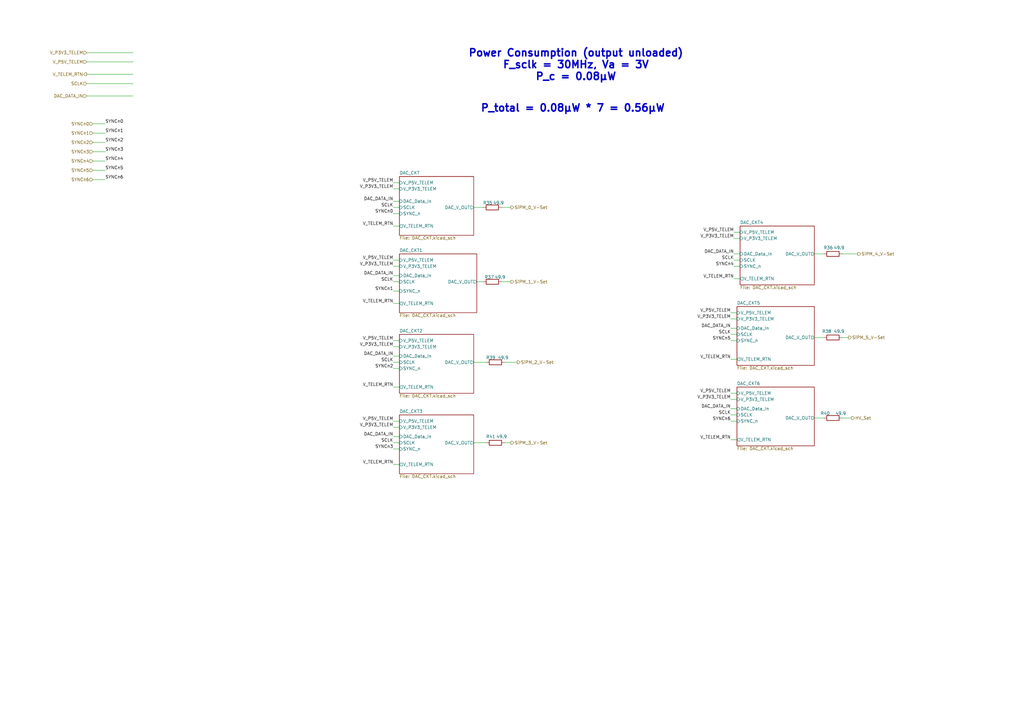
<source format=kicad_sch>
(kicad_sch
	(version 20250114)
	(generator "eeschema")
	(generator_version "9.0")
	(uuid "f703ddd5-6840-438d-9118-fde59f698da4")
	(paper "A3")
	(lib_symbols
		(symbol "R_4"
			(pin_numbers
				(hide yes)
			)
			(pin_names
				(offset 0)
			)
			(exclude_from_sim no)
			(in_bom yes)
			(on_board yes)
			(property "Reference" "R"
				(at 2.54 5.08 0)
				(effects
					(font
						(size 1.27 1.27)
					)
				)
			)
			(property "Value" ""
				(at 0 0 0)
				(effects
					(font
						(size 1.27 1.27)
					)
				)
			)
			(property "Footprint" ""
				(at 0 0 0)
				(effects
					(font
						(size 1.27 1.27)
					)
					(hide yes)
				)
			)
			(property "Datasheet" ""
				(at 0 0 0)
				(effects
					(font
						(size 1.27 1.27)
					)
					(hide yes)
				)
			)
			(property "Description" ""
				(at 0 0 0)
				(effects
					(font
						(size 1.27 1.27)
					)
					(hide yes)
				)
			)
			(property "Manufacturer" ""
				(at 0 0 0)
				(effects
					(font
						(size 1.27 1.27)
					)
					(hide yes)
				)
			)
			(property "Man. Part Num" ""
				(at 0 0 0)
				(effects
					(font
						(size 1.27 1.27)
					)
					(hide yes)
				)
			)
			(property "Distributor" ""
				(at 0 0 0)
				(effects
					(font
						(size 1.27 1.27)
					)
					(hide yes)
				)
			)
			(property "Dist. Part Num" ""
				(at 0 0 0)
				(effects
					(font
						(size 1.27 1.27)
					)
					(hide yes)
				)
			)
			(property "Part Type" ""
				(at 0 0 0)
				(effects
					(font
						(size 1.27 1.27)
					)
					(hide yes)
				)
			)
			(property "Notes" ""
				(at 0 0 0)
				(effects
					(font
						(size 1.27 1.27)
					)
					(hide yes)
				)
			)
			(property "Package" ""
				(at 0 0 0)
				(effects
					(font
						(size 1.27 1.27)
					)
					(hide yes)
				)
			)
			(symbol "R_4_0_1"
				(rectangle
					(start 5.08 1.524)
					(end 0 3.556)
					(stroke
						(width 0.254)
						(type default)
					)
					(fill
						(type none)
					)
				)
			)
			(symbol "R_4_1_1"
				(pin passive line
					(at -1.27 2.54 0)
					(length 1.27)
					(name "~"
						(effects
							(font
								(size 1.27 1.27)
							)
						)
					)
					(number "1"
						(effects
							(font
								(size 1.27 1.27)
							)
						)
					)
				)
				(pin passive line
					(at 6.35 2.54 180)
					(length 1.27)
					(name "~"
						(effects
							(font
								(size 1.27 1.27)
							)
						)
					)
					(number "2"
						(effects
							(font
								(size 1.27 1.27)
							)
						)
					)
				)
			)
			(embedded_fonts no)
		)
	)
	(text "Power Consumption (output unloaded)\nF_sclk = 30MHz, Va = 3V\nP_c = 0.08µW"
		(exclude_from_sim no)
		(at 236.22 26.67 0)
		(effects
			(font
				(size 3 3)
				(thickness 0.6)
				(bold yes)
			)
		)
		(uuid "647dac31-aa7b-4927-9a8a-6a90ea36198c")
	)
	(text "P_total = 0.08µW * 7 = 0.56µW"
		(exclude_from_sim no)
		(at 234.95 44.45 0)
		(effects
			(font
				(size 3 3)
				(thickness 0.6)
				(bold yes)
			)
		)
		(uuid "dc475e3e-e05b-49d0-88e6-a58484d8070e")
	)
	(wire
		(pts
			(xy 345.44 104.14) (xy 351.79 104.14)
		)
		(stroke
			(width 0)
			(type default)
		)
		(uuid "01abf1cb-bc77-4622-ad44-12dee3fe4869")
	)
	(wire
		(pts
			(xy 38.1 58.42) (xy 43.18 58.42)
		)
		(stroke
			(width 0)
			(type default)
		)
		(uuid "0261d4d3-6d5c-4de9-9fea-dafea850fdbe")
	)
	(wire
		(pts
			(xy 195.58 115.57) (xy 198.12 115.57)
		)
		(stroke
			(width 0)
			(type default)
		)
		(uuid "02af8fb1-3dc8-4d7f-af26-e4d20e7f2b84")
	)
	(wire
		(pts
			(xy 300.99 95.25) (xy 303.53 95.25)
		)
		(stroke
			(width 0)
			(type default)
		)
		(uuid "055ab07d-c0b7-472f-be55-69dc710aa6af")
	)
	(wire
		(pts
			(xy 299.72 167.64) (xy 302.26 167.64)
		)
		(stroke
			(width 0)
			(type default)
		)
		(uuid "08d9c34c-3b34-4775-9263-d26d76e944b0")
	)
	(wire
		(pts
			(xy 38.1 50.8) (xy 43.18 50.8)
		)
		(stroke
			(width 0)
			(type default)
		)
		(uuid "134238bd-81d8-477e-9e5f-13c9f1021ade")
	)
	(wire
		(pts
			(xy 299.72 134.62) (xy 302.26 134.62)
		)
		(stroke
			(width 0)
			(type default)
		)
		(uuid "1ad264c8-bfa8-4097-941a-c0d66fe37733")
	)
	(wire
		(pts
			(xy 161.29 82.55) (xy 163.83 82.55)
		)
		(stroke
			(width 0)
			(type default)
		)
		(uuid "1cf14910-add0-4332-99ef-ea5a4ecb5502")
	)
	(wire
		(pts
			(xy 207.01 181.61) (xy 209.55 181.61)
		)
		(stroke
			(width 0)
			(type default)
		)
		(uuid "20846dcf-b070-4206-b69e-2feb0b5e4ce3")
	)
	(wire
		(pts
			(xy 299.72 161.29) (xy 302.26 161.29)
		)
		(stroke
			(width 0)
			(type default)
		)
		(uuid "21ad5073-d050-4d93-a2d7-efc2aff1a329")
	)
	(wire
		(pts
			(xy 35.56 25.4) (xy 54.61 25.4)
		)
		(stroke
			(width 0)
			(type default)
		)
		(uuid "26526c5f-84a1-4718-b7a5-f9ee3889fa53")
	)
	(wire
		(pts
			(xy 300.99 104.14) (xy 303.53 104.14)
		)
		(stroke
			(width 0)
			(type default)
		)
		(uuid "28adf744-1f76-42ce-985d-ebfa448900b9")
	)
	(wire
		(pts
			(xy 161.29 74.93) (xy 163.83 74.93)
		)
		(stroke
			(width 0)
			(type default)
		)
		(uuid "29d5b8f8-fa91-4c82-8d16-64a5dae873d0")
	)
	(wire
		(pts
			(xy 299.72 163.83) (xy 302.26 163.83)
		)
		(stroke
			(width 0)
			(type default)
		)
		(uuid "2caa2c40-00d9-43b8-841f-d1ba94be9e52")
	)
	(wire
		(pts
			(xy 161.29 115.57) (xy 163.83 115.57)
		)
		(stroke
			(width 0)
			(type default)
		)
		(uuid "2d2adcf8-6797-4a36-8188-3112bb39f8af")
	)
	(wire
		(pts
			(xy 161.29 85.09) (xy 163.83 85.09)
		)
		(stroke
			(width 0)
			(type default)
		)
		(uuid "32d6ba3f-5e99-484c-bf4d-90452e06809f")
	)
	(wire
		(pts
			(xy 161.29 146.05) (xy 163.83 146.05)
		)
		(stroke
			(width 0)
			(type default)
		)
		(uuid "3aff92fa-b44e-46c4-b2a2-1a47ef828c71")
	)
	(wire
		(pts
			(xy 161.29 142.24) (xy 163.83 142.24)
		)
		(stroke
			(width 0)
			(type default)
		)
		(uuid "3f9b0ba7-2298-4fd4-9046-c74eee3d0813")
	)
	(wire
		(pts
			(xy 299.72 180.34) (xy 302.26 180.34)
		)
		(stroke
			(width 0)
			(type default)
		)
		(uuid "42ee0ff6-9a91-4659-81c2-bb40afe3a6a4")
	)
	(wire
		(pts
			(xy 161.29 158.75) (xy 163.83 158.75)
		)
		(stroke
			(width 0)
			(type default)
		)
		(uuid "4888ba25-5306-434a-8f08-ed86a43f4659")
	)
	(wire
		(pts
			(xy 38.1 69.85) (xy 43.18 69.85)
		)
		(stroke
			(width 0)
			(type default)
		)
		(uuid "494c6931-5382-431d-ba8c-7f32887c0d72")
	)
	(wire
		(pts
			(xy 299.72 139.7) (xy 302.26 139.7)
		)
		(stroke
			(width 0)
			(type default)
		)
		(uuid "4ae08aab-b36a-4631-9b43-16b34dcc6db6")
	)
	(wire
		(pts
			(xy 35.56 39.37) (xy 54.61 39.37)
		)
		(stroke
			(width 0)
			(type default)
		)
		(uuid "4d251ad5-260b-474b-9bcc-5bfcc4457350")
	)
	(wire
		(pts
			(xy 299.72 137.16) (xy 302.26 137.16)
		)
		(stroke
			(width 0)
			(type default)
		)
		(uuid "4d42bbca-af79-4609-a3ba-870ce01a16a5")
	)
	(wire
		(pts
			(xy 299.72 130.81) (xy 302.26 130.81)
		)
		(stroke
			(width 0)
			(type default)
		)
		(uuid "50e95990-4a50-46ed-82b7-2325c575585c")
	)
	(wire
		(pts
			(xy 161.29 190.5) (xy 163.83 190.5)
		)
		(stroke
			(width 0)
			(type default)
		)
		(uuid "51735ab1-9563-452d-9df4-69fc8d8fe918")
	)
	(wire
		(pts
			(xy 38.1 66.04) (xy 43.18 66.04)
		)
		(stroke
			(width 0)
			(type default)
		)
		(uuid "52ef75af-3702-423d-9076-e9d54482555b")
	)
	(wire
		(pts
			(xy 161.29 175.26) (xy 163.83 175.26)
		)
		(stroke
			(width 0)
			(type default)
		)
		(uuid "54bb8a37-cada-4ec0-a2a8-a209fba0e8e3")
	)
	(wire
		(pts
			(xy 161.29 77.47) (xy 163.83 77.47)
		)
		(stroke
			(width 0)
			(type default)
		)
		(uuid "5600edde-c3e3-4418-b425-79c3503c3f43")
	)
	(wire
		(pts
			(xy 35.56 21.59) (xy 54.61 21.59)
		)
		(stroke
			(width 0)
			(type default)
		)
		(uuid "5c27623f-ec93-400f-9db7-27413d19a1b9")
	)
	(wire
		(pts
			(xy 205.74 115.57) (xy 209.55 115.57)
		)
		(stroke
			(width 0)
			(type default)
		)
		(uuid "66c2234b-1420-439f-a488-033f37097283")
	)
	(wire
		(pts
			(xy 35.56 30.48) (xy 54.61 30.48)
		)
		(stroke
			(width 0)
			(type default)
		)
		(uuid "6f74ffcf-7126-4329-9991-b8a27399f7da")
	)
	(wire
		(pts
			(xy 299.72 128.27) (xy 302.26 128.27)
		)
		(stroke
			(width 0)
			(type default)
		)
		(uuid "70f94ed8-b9c0-4a65-ad1b-cfc35f96a1dc")
	)
	(wire
		(pts
			(xy 161.29 151.13) (xy 163.83 151.13)
		)
		(stroke
			(width 0)
			(type default)
		)
		(uuid "7525ebe1-19b9-4b37-91a0-ae9b4192f752")
	)
	(wire
		(pts
			(xy 161.29 172.72) (xy 163.83 172.72)
		)
		(stroke
			(width 0)
			(type default)
		)
		(uuid "76353a91-c23b-4ec4-99b2-173cb9a8a428")
	)
	(wire
		(pts
			(xy 161.29 92.71) (xy 163.83 92.71)
		)
		(stroke
			(width 0)
			(type default)
		)
		(uuid "7661490e-11dd-4a36-88cb-4b72e3efefd4")
	)
	(wire
		(pts
			(xy 207.01 148.59) (xy 212.09 148.59)
		)
		(stroke
			(width 0)
			(type default)
		)
		(uuid "76ce107f-fd19-4f75-86e1-d7db51ca4fc0")
	)
	(wire
		(pts
			(xy 35.56 34.29) (xy 54.61 34.29)
		)
		(stroke
			(width 0)
			(type default)
		)
		(uuid "7a66af71-7809-4d91-a854-ad10b954d4ee")
	)
	(wire
		(pts
			(xy 194.31 85.09) (xy 198.12 85.09)
		)
		(stroke
			(width 0)
			(type default)
		)
		(uuid "8326d8ea-30b3-410e-af66-51c45d13a13d")
	)
	(wire
		(pts
			(xy 38.1 62.23) (xy 43.18 62.23)
		)
		(stroke
			(width 0)
			(type default)
		)
		(uuid "89f18d1b-cb3d-4df7-aa05-97a263a801c3")
	)
	(wire
		(pts
			(xy 334.01 138.43) (xy 337.82 138.43)
		)
		(stroke
			(width 0)
			(type default)
		)
		(uuid "8ce29507-9329-447a-ba8b-cc8317cdaa66")
	)
	(wire
		(pts
			(xy 38.1 54.61) (xy 43.18 54.61)
		)
		(stroke
			(width 0)
			(type default)
		)
		(uuid "8f1884ae-1960-45ec-b6cd-0bcae57d29d2")
	)
	(wire
		(pts
			(xy 300.99 97.79) (xy 303.53 97.79)
		)
		(stroke
			(width 0)
			(type default)
		)
		(uuid "90627e7e-519f-4f88-b4f5-9b0b6b6f95a7")
	)
	(wire
		(pts
			(xy 299.72 170.18) (xy 302.26 170.18)
		)
		(stroke
			(width 0)
			(type default)
		)
		(uuid "930146f1-1909-4611-89df-f0d43cc7458a")
	)
	(wire
		(pts
			(xy 161.29 87.63) (xy 163.83 87.63)
		)
		(stroke
			(width 0)
			(type default)
		)
		(uuid "98594cb0-ce0e-4c0e-9305-845ffd412cf2")
	)
	(wire
		(pts
			(xy 161.29 124.46) (xy 163.83 124.46)
		)
		(stroke
			(width 0)
			(type default)
		)
		(uuid "9c6210a1-be0f-4e39-819b-44bea195d243")
	)
	(wire
		(pts
			(xy 345.44 138.43) (xy 347.98 138.43)
		)
		(stroke
			(width 0)
			(type default)
		)
		(uuid "9f609e73-f439-448a-8513-a0a9d5b62c9e")
	)
	(wire
		(pts
			(xy 161.29 179.07) (xy 163.83 179.07)
		)
		(stroke
			(width 0)
			(type default)
		)
		(uuid "a045e3e3-93e6-4ce8-8556-eff793996d8b")
	)
	(wire
		(pts
			(xy 161.29 139.7) (xy 163.83 139.7)
		)
		(stroke
			(width 0)
			(type default)
		)
		(uuid "a0804ac1-7fac-4d91-8609-ac8b1aef2847")
	)
	(wire
		(pts
			(xy 161.29 113.03) (xy 163.83 113.03)
		)
		(stroke
			(width 0)
			(type default)
		)
		(uuid "a3d30e52-724d-4a38-9247-e25ff77bb3e0")
	)
	(wire
		(pts
			(xy 161.29 109.22) (xy 163.83 109.22)
		)
		(stroke
			(width 0)
			(type default)
		)
		(uuid "a58e39aa-6d0f-4daa-ab42-fcffb1d2b76f")
	)
	(wire
		(pts
			(xy 161.29 181.61) (xy 163.83 181.61)
		)
		(stroke
			(width 0)
			(type default)
		)
		(uuid "a8af37e0-cf4b-4f1c-8afa-d835804f1d41")
	)
	(wire
		(pts
			(xy 334.01 104.14) (xy 337.82 104.14)
		)
		(stroke
			(width 0)
			(type default)
		)
		(uuid "ab7d1740-12bb-4869-b946-984500a35542")
	)
	(wire
		(pts
			(xy 161.29 119.38) (xy 163.83 119.38)
		)
		(stroke
			(width 0)
			(type default)
		)
		(uuid "ad0f0585-052d-4b96-8171-3e27fa4dbde6")
	)
	(wire
		(pts
			(xy 299.72 147.32) (xy 302.26 147.32)
		)
		(stroke
			(width 0)
			(type default)
		)
		(uuid "b256f3c2-0e64-4d4d-811e-45835992f219")
	)
	(wire
		(pts
			(xy 300.99 109.22) (xy 303.53 109.22)
		)
		(stroke
			(width 0)
			(type default)
		)
		(uuid "b3513f66-1284-4666-8acf-c43c9ef74c92")
	)
	(wire
		(pts
			(xy 299.72 172.72) (xy 302.26 172.72)
		)
		(stroke
			(width 0)
			(type default)
		)
		(uuid "b63b921c-5ad8-475a-8983-eaf98119ee12")
	)
	(wire
		(pts
			(xy 205.74 85.09) (xy 209.55 85.09)
		)
		(stroke
			(width 0)
			(type default)
		)
		(uuid "b85beb41-b04a-4723-b4fb-f34a89f8dc27")
	)
	(wire
		(pts
			(xy 300.99 114.3) (xy 303.53 114.3)
		)
		(stroke
			(width 0)
			(type default)
		)
		(uuid "c4a7c603-ebf6-46d6-997a-ef7614155e10")
	)
	(wire
		(pts
			(xy 300.99 106.68) (xy 303.53 106.68)
		)
		(stroke
			(width 0)
			(type default)
		)
		(uuid "cad16db2-4b18-42bf-a100-9000158ad48c")
	)
	(wire
		(pts
			(xy 161.29 106.68) (xy 163.83 106.68)
		)
		(stroke
			(width 0)
			(type default)
		)
		(uuid "d9311de1-b3f9-48cd-a597-92c3c5f60222")
	)
	(wire
		(pts
			(xy 334.01 171.45) (xy 337.82 171.45)
		)
		(stroke
			(width 0)
			(type default)
		)
		(uuid "e47f0b9c-5c26-4d70-9bf2-6fb22b9e4bd0")
	)
	(wire
		(pts
			(xy 345.44 171.45) (xy 349.25 171.45)
		)
		(stroke
			(width 0)
			(type default)
		)
		(uuid "e739f3f2-bd25-4f27-b527-77bb6b8034ac")
	)
	(wire
		(pts
			(xy 194.31 148.59) (xy 199.39 148.59)
		)
		(stroke
			(width 0)
			(type default)
		)
		(uuid "eb3967de-38b7-459f-a740-96e5dec248c6")
	)
	(wire
		(pts
			(xy 38.1 73.66) (xy 43.18 73.66)
		)
		(stroke
			(width 0)
			(type default)
		)
		(uuid "ecefc710-3e5c-4f17-a8a2-97161c0e050f")
	)
	(wire
		(pts
			(xy 194.31 181.61) (xy 199.39 181.61)
		)
		(stroke
			(width 0)
			(type default)
		)
		(uuid "f692c679-1d02-4aa2-aebd-904bc20b88f4")
	)
	(wire
		(pts
			(xy 161.29 148.59) (xy 163.83 148.59)
		)
		(stroke
			(width 0)
			(type default)
		)
		(uuid "f9f388c9-eda7-438a-8c3d-9a839c577c38")
	)
	(wire
		(pts
			(xy 161.29 184.15) (xy 163.83 184.15)
		)
		(stroke
			(width 0)
			(type default)
		)
		(uuid "fecef335-2a1d-467e-9c6b-4d4b70d20631")
	)
	(label "V_TELEM_RTN"
		(at 300.99 114.3 180)
		(effects
			(font
				(size 1.27 1.27)
			)
			(justify right bottom)
		)
		(uuid "02f80798-2ee0-4b66-be45-9e93c6bb35c1")
	)
	(label "DAC_DATA_IN"
		(at 299.72 134.62 180)
		(effects
			(font
				(size 1.27 1.27)
			)
			(justify right bottom)
		)
		(uuid "06895828-2982-436b-9918-ecf3246d244d")
	)
	(label "SYNCn1"
		(at 43.18 54.61 0)
		(effects
			(font
				(size 1.27 1.27)
			)
			(justify left bottom)
		)
		(uuid "0a837899-6f41-4888-98f0-9d20b908ad81")
	)
	(label "DAC_DATA_IN"
		(at 161.29 146.05 180)
		(effects
			(font
				(size 1.27 1.27)
			)
			(justify right bottom)
		)
		(uuid "0e0cf2b5-cfb9-4e5e-9889-cab239cc2897")
	)
	(label "V_P3V3_TELEM"
		(at 299.72 130.81 180)
		(effects
			(font
				(size 1.27 1.27)
			)
			(justify right bottom)
		)
		(uuid "0fdf2079-ae51-4617-ae5e-0096bb2748a7")
	)
	(label "SCLK"
		(at 300.99 106.68 180)
		(effects
			(font
				(size 1.27 1.27)
			)
			(justify right bottom)
		)
		(uuid "13fb99e6-7982-4106-83ae-7ebcf93f5d4f")
	)
	(label "SYNCn5"
		(at 299.72 139.7 180)
		(effects
			(font
				(size 1.27 1.27)
			)
			(justify right bottom)
		)
		(uuid "1d188d3e-6633-4589-b9aa-798bbdb8794c")
	)
	(label "V_P5V_TELEM"
		(at 161.29 139.7 180)
		(effects
			(font
				(size 1.27 1.27)
			)
			(justify right bottom)
		)
		(uuid "214ee645-44fa-4dfa-aa92-ad6fc0eb7fa0")
	)
	(label "V_P3V3_TELEM"
		(at 161.29 142.24 180)
		(effects
			(font
				(size 1.27 1.27)
			)
			(justify right bottom)
		)
		(uuid "2af2cac8-51a9-4a69-9ffc-d99a3ed147ac")
	)
	(label "SYNCn3"
		(at 43.18 62.23 0)
		(effects
			(font
				(size 1.27 1.27)
			)
			(justify left bottom)
		)
		(uuid "2b547da4-148b-4d21-931d-23910b00b287")
	)
	(label "SCLK"
		(at 161.29 148.59 180)
		(effects
			(font
				(size 1.27 1.27)
			)
			(justify right bottom)
		)
		(uuid "2b768400-57e9-4676-846e-5d80b4a89c4a")
	)
	(label "V_TELEM_RTN"
		(at 161.29 124.46 180)
		(effects
			(font
				(size 1.27 1.27)
			)
			(justify right bottom)
		)
		(uuid "2cd34fd6-d137-4494-8b6d-53e91e4f5d26")
	)
	(label "V_P3V3_TELEM"
		(at 161.29 109.22 180)
		(effects
			(font
				(size 1.27 1.27)
			)
			(justify right bottom)
		)
		(uuid "2e16afe6-d9c8-4689-8cac-3fa7de054082")
	)
	(label "V_P3V3_TELEM"
		(at 161.29 77.47 180)
		(effects
			(font
				(size 1.27 1.27)
			)
			(justify right bottom)
		)
		(uuid "3e508de0-835b-47c7-9320-2a952da80c05")
	)
	(label "SYNCn5"
		(at 43.18 69.85 0)
		(effects
			(font
				(size 1.27 1.27)
			)
			(justify left bottom)
		)
		(uuid "3ed450e7-2f9d-4867-be5f-c740e48b17d2")
	)
	(label "V_P3V3_TELEM"
		(at 300.99 97.79 180)
		(effects
			(font
				(size 1.27 1.27)
			)
			(justify right bottom)
		)
		(uuid "3f5a4ecd-15c1-46e3-8e50-b7f5479a2b7b")
	)
	(label "V_P5V_TELEM"
		(at 300.99 95.25 180)
		(effects
			(font
				(size 1.27 1.27)
			)
			(justify right bottom)
		)
		(uuid "44fcfbd1-ad61-4a9e-bdb7-6f94f937f925")
	)
	(label "SYNCn2"
		(at 43.18 58.42 0)
		(effects
			(font
				(size 1.27 1.27)
			)
			(justify left bottom)
		)
		(uuid "55346fa7-04d6-45f3-a013-b383f905dd8d")
	)
	(label "SCLK"
		(at 299.72 170.18 180)
		(effects
			(font
				(size 1.27 1.27)
			)
			(justify right bottom)
		)
		(uuid "565b5d19-a55a-4555-bc28-74ddacb921ab")
	)
	(label "V_TELEM_RTN"
		(at 161.29 190.5 180)
		(effects
			(font
				(size 1.27 1.27)
			)
			(justify right bottom)
		)
		(uuid "59a373fb-d5f8-4e6a-a77a-2a5dd5384b86")
	)
	(label "SYNCn6"
		(at 43.18 73.66 0)
		(effects
			(font
				(size 1.27 1.27)
			)
			(justify left bottom)
		)
		(uuid "61512cd0-260e-4de3-b7bb-fa3ccc8a16d4")
	)
	(label "V_P5V_TELEM"
		(at 161.29 74.93 180)
		(effects
			(font
				(size 1.27 1.27)
			)
			(justify right bottom)
		)
		(uuid "648de276-089d-4290-b4c1-71979e0926e7")
	)
	(label "SYNCn0"
		(at 161.29 87.63 180)
		(effects
			(font
				(size 1.27 1.27)
			)
			(justify right bottom)
		)
		(uuid "6a76b7ec-624a-4d4e-90e5-74c9694c68e5")
	)
	(label "DAC_DATA_IN"
		(at 161.29 82.55 180)
		(effects
			(font
				(size 1.27 1.27)
			)
			(justify right bottom)
		)
		(uuid "74a0be73-c7fd-4871-9994-9910da774136")
	)
	(label "V_P5V_TELEM"
		(at 299.72 161.29 180)
		(effects
			(font
				(size 1.27 1.27)
			)
			(justify right bottom)
		)
		(uuid "780f6998-c588-40a8-a373-c033a96a0ef3")
	)
	(label "V_P5V_TELEM"
		(at 161.29 172.72 180)
		(effects
			(font
				(size 1.27 1.27)
			)
			(justify right bottom)
		)
		(uuid "7bc4855a-5eff-4dca-a559-9ce532bbd85f")
	)
	(label "V_TELEM_RTN"
		(at 161.29 158.75 180)
		(effects
			(font
				(size 1.27 1.27)
			)
			(justify right bottom)
		)
		(uuid "7edc3b64-ceb6-421f-bcd8-ad1b93cc8649")
	)
	(label "SYNCn3"
		(at 161.29 184.15 180)
		(effects
			(font
				(size 1.27 1.27)
			)
			(justify right bottom)
		)
		(uuid "80f11802-496a-46b3-ac68-b12493d8133d")
	)
	(label "SYNCn4"
		(at 300.99 109.22 180)
		(effects
			(font
				(size 1.27 1.27)
			)
			(justify right bottom)
		)
		(uuid "847804a8-23d8-4b6b-affd-82c7ab215dfc")
	)
	(label "V_P3V3_TELEM"
		(at 299.72 163.83 180)
		(effects
			(font
				(size 1.27 1.27)
			)
			(justify right bottom)
		)
		(uuid "85091d85-0972-4c80-a30c-a87c11b1d6d1")
	)
	(label "SYNCn6"
		(at 299.72 172.72 180)
		(effects
			(font
				(size 1.27 1.27)
			)
			(justify right bottom)
		)
		(uuid "8640f208-b417-4f15-b048-74d8b57afb91")
	)
	(label "V_TELEM_RTN"
		(at 299.72 147.32 180)
		(effects
			(font
				(size 1.27 1.27)
			)
			(justify right bottom)
		)
		(uuid "87107e45-6e75-433a-a272-8ebe902351b1")
	)
	(label "SCLK"
		(at 299.72 137.16 180)
		(effects
			(font
				(size 1.27 1.27)
			)
			(justify right bottom)
		)
		(uuid "8929b798-a63c-4183-83b0-98170bc5fa7d")
	)
	(label "DAC_DATA_IN"
		(at 299.72 167.64 180)
		(effects
			(font
				(size 1.27 1.27)
			)
			(justify right bottom)
		)
		(uuid "94bccc46-2633-4905-80d5-8fe53f3c89ee")
	)
	(label "DAC_DATA_IN"
		(at 161.29 179.07 180)
		(effects
			(font
				(size 1.27 1.27)
			)
			(justify right bottom)
		)
		(uuid "98d982f7-bef9-46b9-8983-fe36d52cb849")
	)
	(label "SCLK"
		(at 161.29 115.57 180)
		(effects
			(font
				(size 1.27 1.27)
			)
			(justify right bottom)
		)
		(uuid "9e7b9681-c355-4204-8fad-030e7ee21473")
	)
	(label "SYNCn1"
		(at 161.29 119.38 180)
		(effects
			(font
				(size 1.27 1.27)
			)
			(justify right bottom)
		)
		(uuid "9f960f2e-7ab6-47ae-b69c-c9215ca6365b")
	)
	(label "V_P3V3_TELEM"
		(at 161.29 175.26 180)
		(effects
			(font
				(size 1.27 1.27)
			)
			(justify right bottom)
		)
		(uuid "bbd95711-64df-44ce-841c-075b723d1c67")
	)
	(label "V_TELEM_RTN"
		(at 299.72 180.34 180)
		(effects
			(font
				(size 1.27 1.27)
			)
			(justify right bottom)
		)
		(uuid "ce29f119-1b51-4485-b158-730bc8cc75a8")
	)
	(label "SCLK"
		(at 161.29 85.09 180)
		(effects
			(font
				(size 1.27 1.27)
			)
			(justify right bottom)
		)
		(uuid "cfebf669-47c9-4040-8cea-3a4829313ed4")
	)
	(label "DAC_DATA_IN"
		(at 300.99 104.14 180)
		(effects
			(font
				(size 1.27 1.27)
			)
			(justify right bottom)
		)
		(uuid "d70ea80b-2259-462a-a456-0af72ec8f713")
	)
	(label "V_P5V_TELEM"
		(at 161.29 106.68 180)
		(effects
			(font
				(size 1.27 1.27)
			)
			(justify right bottom)
		)
		(uuid "d7c3965a-d6b3-4890-a396-ff1dff6e2328")
	)
	(label "SYNCn0"
		(at 43.18 50.8 0)
		(effects
			(font
				(size 1.27 1.27)
			)
			(justify left bottom)
		)
		(uuid "e1a90008-3864-46c6-8b05-388c6a701932")
	)
	(label "SYNCn2"
		(at 161.29 151.13 180)
		(effects
			(font
				(size 1.27 1.27)
			)
			(justify right bottom)
		)
		(uuid "e4c32d61-87b4-4833-8cfd-618b9b922a55")
	)
	(label "SCLK"
		(at 161.29 181.61 180)
		(effects
			(font
				(size 1.27 1.27)
			)
			(justify right bottom)
		)
		(uuid "eb6e1be3-9307-4d4d-a144-bfbf7e5290d5")
	)
	(label "SYNCn4"
		(at 43.18 66.04 0)
		(effects
			(font
				(size 1.27 1.27)
			)
			(justify left bottom)
		)
		(uuid "ecc293d1-69f6-4e2e-b195-6cae3e9d9e93")
	)
	(label "V_TELEM_RTN"
		(at 161.29 92.71 180)
		(effects
			(font
				(size 1.27 1.27)
			)
			(justify right bottom)
		)
		(uuid "ef3bf141-578d-487e-af77-f27c8cc430ff")
	)
	(label "V_P5V_TELEM"
		(at 299.72 128.27 180)
		(effects
			(font
				(size 1.27 1.27)
			)
			(justify right bottom)
		)
		(uuid "f1fce245-74e9-41bd-bd59-c95a7b38e4d3")
	)
	(label "DAC_DATA_IN"
		(at 161.29 113.03 180)
		(effects
			(font
				(size 1.27 1.27)
			)
			(justify right bottom)
		)
		(uuid "fe9771b9-db86-40db-a1cf-f6b41323b9cc")
	)
	(hierarchical_label "SYNCn3"
		(shape input)
		(at 38.1 62.23 180)
		(effects
			(font
				(size 1.27 1.27)
			)
			(justify right)
		)
		(uuid "0fba5545-cdce-42e3-b7f2-9b9443bcef33")
	)
	(hierarchical_label "V_P5V_TELEM"
		(shape input)
		(at 35.56 25.4 180)
		(effects
			(font
				(size 1.27 1.27)
			)
			(justify right)
		)
		(uuid "10d30755-0d44-4528-9435-9c93a6f0d109")
	)
	(hierarchical_label "HV_Set"
		(shape output)
		(at 349.25 171.45 0)
		(effects
			(font
				(size 1.27 1.27)
			)
			(justify left)
		)
		(uuid "1b575bfc-5a47-46a2-b3c2-47c5acdd8f8f")
	)
	(hierarchical_label "SCLK"
		(shape input)
		(at 35.56 34.29 180)
		(effects
			(font
				(size 1.27 1.27)
			)
			(justify right)
		)
		(uuid "51a2045f-df07-4bae-9a0d-3d47d64484b1")
	)
	(hierarchical_label "SiPM_3_V-Set"
		(shape output)
		(at 209.55 181.61 0)
		(effects
			(font
				(size 1.27 1.27)
			)
			(justify left)
		)
		(uuid "5f1c575f-04f1-4a6a-9c87-6235cb15c0aa")
	)
	(hierarchical_label "SiPM_5_V-Set"
		(shape output)
		(at 347.98 138.43 0)
		(effects
			(font
				(size 1.27 1.27)
			)
			(justify left)
		)
		(uuid "68670c0f-d2ae-4e3b-aedc-2e2c14171258")
	)
	(hierarchical_label "V_P3V3_TELEM"
		(shape input)
		(at 35.56 21.59 180)
		(effects
			(font
				(size 1.27 1.27)
			)
			(justify right)
		)
		(uuid "692baea9-36d4-40c7-8ad8-1f49f349cb7c")
	)
	(hierarchical_label "SYNCn1"
		(shape input)
		(at 38.1 54.61 180)
		(effects
			(font
				(size 1.27 1.27)
			)
			(justify right)
		)
		(uuid "6c275299-fb83-433e-b035-7fce88c97159")
	)
	(hierarchical_label "SYNCn2"
		(shape input)
		(at 38.1 58.42 180)
		(effects
			(font
				(size 1.27 1.27)
			)
			(justify right)
		)
		(uuid "6c7e468f-430e-46ec-a514-6b9bb934e55c")
	)
	(hierarchical_label "SYNCn5"
		(shape input)
		(at 38.1 69.85 180)
		(effects
			(font
				(size 1.27 1.27)
			)
			(justify right)
		)
		(uuid "8e6f1e9d-296f-424f-b17a-266b1380c301")
	)
	(hierarchical_label "SYNCn6"
		(shape input)
		(at 38.1 73.66 180)
		(effects
			(font
				(size 1.27 1.27)
			)
			(justify right)
		)
		(uuid "8f8b2017-c3cf-414b-a07c-3876603a0796")
	)
	(hierarchical_label "DAC_DATA_IN"
		(shape input)
		(at 35.56 39.37 180)
		(effects
			(font
				(size 1.27 1.27)
			)
			(justify right)
		)
		(uuid "a13ce4ff-123d-4aff-8120-6660b9d883f7")
	)
	(hierarchical_label "SiPM_0_V-Set"
		(shape output)
		(at 209.55 85.09 0)
		(effects
			(font
				(size 1.27 1.27)
			)
			(justify left)
		)
		(uuid "bc89eb8c-02f0-4b46-9bc2-04026f3b1e35")
	)
	(hierarchical_label "SiPM_4_V-Set"
		(shape output)
		(at 351.79 104.14 0)
		(effects
			(font
				(size 1.27 1.27)
			)
			(justify left)
		)
		(uuid "c1343f97-0f76-49fb-bd57-3bc6fb2bc14c")
	)
	(hierarchical_label "SYNCn0"
		(shape input)
		(at 38.1 50.8 180)
		(effects
			(font
				(size 1.27 1.27)
			)
			(justify right)
		)
		(uuid "d1c9d01d-6af7-4eda-8558-402fac5e5f1e")
	)
	(hierarchical_label "SiPM_1_V-Set"
		(shape output)
		(at 209.55 115.57 0)
		(effects
			(font
				(size 1.27 1.27)
			)
			(justify left)
		)
		(uuid "e2d03105-abac-41d2-9d48-5fdb30978576")
	)
	(hierarchical_label "V_TELEM_RTN"
		(shape output)
		(at 35.56 30.48 180)
		(effects
			(font
				(size 1.27 1.27)
			)
			(justify right)
		)
		(uuid "e5dd8073-4ff2-4be3-a05d-4b4ca73ee86e")
	)
	(hierarchical_label "SiPM_2_V-Set"
		(shape output)
		(at 212.09 148.59 0)
		(effects
			(font
				(size 1.27 1.27)
			)
			(justify left)
		)
		(uuid "faa264b7-6dfe-45ea-84c9-88c0adb1bb37")
	)
	(hierarchical_label "SYNCn4"
		(shape input)
		(at 38.1 66.04 180)
		(effects
			(font
				(size 1.27 1.27)
			)
			(justify right)
		)
		(uuid "fd003491-4f80-4d90-a676-a39cd242f27c")
	)
	(symbol
		(lib_name "R_4")
		(lib_id "Passive_Parts:R")
		(at 199.39 87.63 0)
		(unit 1)
		(exclude_from_sim no)
		(in_bom yes)
		(on_board yes)
		(dnp no)
		(uuid "60933214-177a-4e36-9861-6a7e453a8df7")
		(property "Reference" "R35"
			(at 200.025 83.185 0)
			(effects
				(font
					(size 1.27 1.27)
				)
			)
		)
		(property "Value" "49.9"
			(at 204.47 83.185 0)
			(effects
				(font
					(size 1.27 1.27)
				)
			)
		)
		(property "Footprint" "Resistor_SMD:R_0603_1608Metric"
			(at 199.39 87.63 0)
			(effects
				(font
					(size 1.27 1.27)
				)
				(hide yes)
			)
		)
		(property "Datasheet" "https://industrial.panasonic.com/cdbs/www-data/pdf/RDM0000/AOA0000C307.pdf"
			(at 199.39 87.63 0)
			(effects
				(font
					(size 1.27 1.27)
				)
				(hide yes)
			)
		)
		(property "Description" "49.9 Ohms ±0.1% 0.1W, 1/10W Chip Resistor 0603 (1608 Metric) Automotive AEC-Q200 Thin Film"
			(at 199.39 87.63 0)
			(effects
				(font
					(size 1.27 1.27)
				)
				(hide yes)
			)
		)
		(property "Manufacturer" "Panasonic Electronic Components"
			(at 199.39 87.63 0)
			(effects
				(font
					(size 1.27 1.27)
				)
				(hide yes)
			)
		)
		(property "Man. Part Num" "ERA-3AEB49R9V"
			(at 199.39 87.63 0)
			(effects
				(font
					(size 1.27 1.27)
				)
				(hide yes)
			)
		)
		(property "Distributor" "Digi-Key"
			(at 199.39 87.63 0)
			(effects
				(font
					(size 1.27 1.27)
				)
				(hide yes)
			)
		)
		(property "Dist. Part Num" "P49.9DBCT-ND"
			(at 199.39 87.63 0)
			(effects
				(font
					(size 1.27 1.27)
				)
				(hide yes)
			)
		)
		(property "Part Type" "SMD"
			(at 199.39 87.63 0)
			(effects
				(font
					(size 1.27 1.27)
				)
				(hide yes)
			)
		)
		(property "Notes" ""
			(at 199.39 87.63 0)
			(effects
				(font
					(size 1.27 1.27)
				)
				(hide yes)
			)
		)
		(property "Package" "0603 (1608 Metric)"
			(at 199.39 87.63 0)
			(effects
				(font
					(size 1.27 1.27)
				)
				(hide yes)
			)
		)
		(property "DATASHEET-URL" ""
			(at 199.39 87.63 0)
			(effects
				(font
					(size 1.27 1.27)
				)
				(hide yes)
			)
		)
		(property "GENDER" ""
			(at 199.39 87.63 0)
			(effects
				(font
					(size 1.27 1.27)
				)
				(hide yes)
			)
		)
		(property "MF" ""
			(at 199.39 87.63 0)
			(effects
				(font
					(size 1.27 1.27)
				)
				(hide yes)
			)
		)
		(property "MP" ""
			(at 199.39 87.63 0)
			(effects
				(font
					(size 1.27 1.27)
				)
				(hide yes)
			)
		)
		(property "Man. Part Nu," ""
			(at 199.39 87.63 0)
			(effects
				(font
					(size 1.27 1.27)
				)
				(hide yes)
			)
		)
		(property "PART-NUMBER" ""
			(at 199.39 87.63 0)
			(effects
				(font
					(size 1.27 1.27)
				)
				(hide yes)
			)
		)
		(property "PINS" ""
			(at 199.39 87.63 0)
			(effects
				(font
					(size 1.27 1.27)
				)
				(hide yes)
			)
		)
		(property "Purchase-URL" ""
			(at 199.39 87.63 0)
			(effects
				(font
					(size 1.27 1.27)
				)
				(hide yes)
			)
		)
		(property "TYPE" ""
			(at 199.39 87.63 0)
			(effects
				(font
					(size 1.27 1.27)
				)
				(hide yes)
			)
		)
		(property "WE-NUMBER" ""
			(at 199.39 87.63 0)
			(effects
				(font
					(size 1.27 1.27)
				)
				(hide yes)
			)
		)
		(property "WORKING-VOLTAGE" ""
			(at 199.39 87.63 0)
			(effects
				(font
					(size 1.27 1.27)
				)
				(hide yes)
			)
		)
		(pin "2"
			(uuid "94a8f0c8-ae52-4cb4-badb-ee8fd3a34e3c")
		)
		(pin "1"
			(uuid "3cef867b-429f-42fd-8e92-b51d39a66e7d")
		)
		(instances
			(project "GRAMS_COMMS_TELEM_BRD"
				(path "/b7b038d0-dec0-4686-9ec5-5c1fa7f24a6d/c1313561-0867-4d5d-9c8e-7472262f2465/24b2ce56-ce27-45f6-8512-ad9a0a8ea456"
					(reference "R35")
					(unit 1)
				)
			)
		)
	)
	(symbol
		(lib_name "R_4")
		(lib_id "Passive_Parts:R")
		(at 339.09 106.68 0)
		(unit 1)
		(exclude_from_sim no)
		(in_bom yes)
		(on_board yes)
		(dnp no)
		(uuid "691791f9-7df5-471d-a1e7-c48423b9e1fa")
		(property "Reference" "R36"
			(at 339.725 101.6 0)
			(effects
				(font
					(size 1.27 1.27)
				)
			)
		)
		(property "Value" "49.9"
			(at 344.17 101.6 0)
			(effects
				(font
					(size 1.27 1.27)
				)
			)
		)
		(property "Footprint" "Resistor_SMD:R_0603_1608Metric"
			(at 339.09 106.68 0)
			(effects
				(font
					(size 1.27 1.27)
				)
				(hide yes)
			)
		)
		(property "Datasheet" "https://industrial.panasonic.com/cdbs/www-data/pdf/RDM0000/AOA0000C307.pdf"
			(at 339.09 106.68 0)
			(effects
				(font
					(size 1.27 1.27)
				)
				(hide yes)
			)
		)
		(property "Description" "49.9 Ohms ±0.1% 0.1W, 1/10W Chip Resistor 0603 (1608 Metric) Automotive AEC-Q200 Thin Film"
			(at 339.09 106.68 0)
			(effects
				(font
					(size 1.27 1.27)
				)
				(hide yes)
			)
		)
		(property "Manufacturer" "Panasonic Electronic Components"
			(at 339.09 106.68 0)
			(effects
				(font
					(size 1.27 1.27)
				)
				(hide yes)
			)
		)
		(property "Man. Part Num" "ERA-3AEB49R9V"
			(at 339.09 106.68 0)
			(effects
				(font
					(size 1.27 1.27)
				)
				(hide yes)
			)
		)
		(property "Distributor" "Digi-Key"
			(at 339.09 106.68 0)
			(effects
				(font
					(size 1.27 1.27)
				)
				(hide yes)
			)
		)
		(property "Dist. Part Num" "P49.9DBCT-ND"
			(at 339.09 106.68 0)
			(effects
				(font
					(size 1.27 1.27)
				)
				(hide yes)
			)
		)
		(property "Part Type" "SMD"
			(at 339.09 106.68 0)
			(effects
				(font
					(size 1.27 1.27)
				)
				(hide yes)
			)
		)
		(property "Notes" ""
			(at 339.09 106.68 0)
			(effects
				(font
					(size 1.27 1.27)
				)
				(hide yes)
			)
		)
		(property "Package" "0603 (1608 Metric)"
			(at 339.09 106.68 0)
			(effects
				(font
					(size 1.27 1.27)
				)
				(hide yes)
			)
		)
		(property "DATASHEET-URL" ""
			(at 339.09 106.68 0)
			(effects
				(font
					(size 1.27 1.27)
				)
				(hide yes)
			)
		)
		(property "GENDER" ""
			(at 339.09 106.68 0)
			(effects
				(font
					(size 1.27 1.27)
				)
				(hide yes)
			)
		)
		(property "MF" ""
			(at 339.09 106.68 0)
			(effects
				(font
					(size 1.27 1.27)
				)
				(hide yes)
			)
		)
		(property "MP" ""
			(at 339.09 106.68 0)
			(effects
				(font
					(size 1.27 1.27)
				)
				(hide yes)
			)
		)
		(property "Man. Part Nu," ""
			(at 339.09 106.68 0)
			(effects
				(font
					(size 1.27 1.27)
				)
				(hide yes)
			)
		)
		(property "PART-NUMBER" ""
			(at 339.09 106.68 0)
			(effects
				(font
					(size 1.27 1.27)
				)
				(hide yes)
			)
		)
		(property "PINS" ""
			(at 339.09 106.68 0)
			(effects
				(font
					(size 1.27 1.27)
				)
				(hide yes)
			)
		)
		(property "Purchase-URL" ""
			(at 339.09 106.68 0)
			(effects
				(font
					(size 1.27 1.27)
				)
				(hide yes)
			)
		)
		(property "TYPE" ""
			(at 339.09 106.68 0)
			(effects
				(font
					(size 1.27 1.27)
				)
				(hide yes)
			)
		)
		(property "WE-NUMBER" ""
			(at 339.09 106.68 0)
			(effects
				(font
					(size 1.27 1.27)
				)
				(hide yes)
			)
		)
		(property "WORKING-VOLTAGE" ""
			(at 339.09 106.68 0)
			(effects
				(font
					(size 1.27 1.27)
				)
				(hide yes)
			)
		)
		(pin "2"
			(uuid "c7991693-d534-4765-8268-ed2a36ce8584")
		)
		(pin "1"
			(uuid "724e4113-b5cc-4131-88d2-08214519df73")
		)
		(instances
			(project "GRAMS_COMMS_TELEM_BRD"
				(path "/b7b038d0-dec0-4686-9ec5-5c1fa7f24a6d/c1313561-0867-4d5d-9c8e-7472262f2465/24b2ce56-ce27-45f6-8512-ad9a0a8ea456"
					(reference "R36")
					(unit 1)
				)
			)
		)
	)
	(symbol
		(lib_name "R_4")
		(lib_id "Passive_Parts:R")
		(at 200.66 184.15 0)
		(unit 1)
		(exclude_from_sim no)
		(in_bom yes)
		(on_board yes)
		(dnp no)
		(uuid "a34840ee-40b2-4ce3-b77f-77d2857206da")
		(property "Reference" "R41"
			(at 201.295 179.07 0)
			(effects
				(font
					(size 1.27 1.27)
				)
			)
		)
		(property "Value" "49.9"
			(at 205.74 179.07 0)
			(effects
				(font
					(size 1.27 1.27)
				)
			)
		)
		(property "Footprint" "Resistor_SMD:R_0603_1608Metric"
			(at 200.66 184.15 0)
			(effects
				(font
					(size 1.27 1.27)
				)
				(hide yes)
			)
		)
		(property "Datasheet" "https://industrial.panasonic.com/cdbs/www-data/pdf/RDM0000/AOA0000C307.pdf"
			(at 200.66 184.15 0)
			(effects
				(font
					(size 1.27 1.27)
				)
				(hide yes)
			)
		)
		(property "Description" "49.9 Ohms ±0.1% 0.1W, 1/10W Chip Resistor 0603 (1608 Metric) Automotive AEC-Q200 Thin Film"
			(at 200.66 184.15 0)
			(effects
				(font
					(size 1.27 1.27)
				)
				(hide yes)
			)
		)
		(property "Manufacturer" "Panasonic Electronic Components"
			(at 200.66 184.15 0)
			(effects
				(font
					(size 1.27 1.27)
				)
				(hide yes)
			)
		)
		(property "Man. Part Num" "ERA-3AEB49R9V"
			(at 200.66 184.15 0)
			(effects
				(font
					(size 1.27 1.27)
				)
				(hide yes)
			)
		)
		(property "Distributor" "Digi-Key"
			(at 200.66 184.15 0)
			(effects
				(font
					(size 1.27 1.27)
				)
				(hide yes)
			)
		)
		(property "Dist. Part Num" "P49.9DBCT-ND"
			(at 200.66 184.15 0)
			(effects
				(font
					(size 1.27 1.27)
				)
				(hide yes)
			)
		)
		(property "Part Type" "SMD"
			(at 200.66 184.15 0)
			(effects
				(font
					(size 1.27 1.27)
				)
				(hide yes)
			)
		)
		(property "Notes" ""
			(at 200.66 184.15 0)
			(effects
				(font
					(size 1.27 1.27)
				)
				(hide yes)
			)
		)
		(property "Package" "0603 (1608 Metric)"
			(at 200.66 184.15 0)
			(effects
				(font
					(size 1.27 1.27)
				)
				(hide yes)
			)
		)
		(property "DATASHEET-URL" ""
			(at 200.66 184.15 0)
			(effects
				(font
					(size 1.27 1.27)
				)
				(hide yes)
			)
		)
		(property "GENDER" ""
			(at 200.66 184.15 0)
			(effects
				(font
					(size 1.27 1.27)
				)
				(hide yes)
			)
		)
		(property "MF" ""
			(at 200.66 184.15 0)
			(effects
				(font
					(size 1.27 1.27)
				)
				(hide yes)
			)
		)
		(property "MP" ""
			(at 200.66 184.15 0)
			(effects
				(font
					(size 1.27 1.27)
				)
				(hide yes)
			)
		)
		(property "Man. Part Nu," ""
			(at 200.66 184.15 0)
			(effects
				(font
					(size 1.27 1.27)
				)
				(hide yes)
			)
		)
		(property "PART-NUMBER" ""
			(at 200.66 184.15 0)
			(effects
				(font
					(size 1.27 1.27)
				)
				(hide yes)
			)
		)
		(property "PINS" ""
			(at 200.66 184.15 0)
			(effects
				(font
					(size 1.27 1.27)
				)
				(hide yes)
			)
		)
		(property "Purchase-URL" ""
			(at 200.66 184.15 0)
			(effects
				(font
					(size 1.27 1.27)
				)
				(hide yes)
			)
		)
		(property "TYPE" ""
			(at 200.66 184.15 0)
			(effects
				(font
					(size 1.27 1.27)
				)
				(hide yes)
			)
		)
		(property "WE-NUMBER" ""
			(at 200.66 184.15 0)
			(effects
				(font
					(size 1.27 1.27)
				)
				(hide yes)
			)
		)
		(property "WORKING-VOLTAGE" ""
			(at 200.66 184.15 0)
			(effects
				(font
					(size 1.27 1.27)
				)
				(hide yes)
			)
		)
		(pin "2"
			(uuid "6db54e58-bd1d-4842-b494-93a52717c987")
		)
		(pin "1"
			(uuid "f0972e4a-ab68-4ae4-927c-5d6f73f3a28d")
		)
		(instances
			(project "GRAMS_COMMS_TELEM_BRD"
				(path "/b7b038d0-dec0-4686-9ec5-5c1fa7f24a6d/c1313561-0867-4d5d-9c8e-7472262f2465/24b2ce56-ce27-45f6-8512-ad9a0a8ea456"
					(reference "R41")
					(unit 1)
				)
			)
		)
	)
	(symbol
		(lib_name "R_4")
		(lib_id "Passive_Parts:R")
		(at 199.39 118.11 0)
		(unit 1)
		(exclude_from_sim no)
		(in_bom yes)
		(on_board yes)
		(dnp no)
		(uuid "ad48a420-2ac3-49ce-99dc-5edb516cb3c2")
		(property "Reference" "R37"
			(at 200.66 113.665 0)
			(effects
				(font
					(size 1.27 1.27)
				)
			)
		)
		(property "Value" "49.9"
			(at 205.105 113.665 0)
			(effects
				(font
					(size 1.27 1.27)
				)
			)
		)
		(property "Footprint" "Resistor_SMD:R_0603_1608Metric"
			(at 199.39 118.11 0)
			(effects
				(font
					(size 1.27 1.27)
				)
				(hide yes)
			)
		)
		(property "Datasheet" "https://industrial.panasonic.com/cdbs/www-data/pdf/RDM0000/AOA0000C307.pdf"
			(at 199.39 118.11 0)
			(effects
				(font
					(size 1.27 1.27)
				)
				(hide yes)
			)
		)
		(property "Description" "49.9 Ohms ±0.1% 0.1W, 1/10W Chip Resistor 0603 (1608 Metric) Automotive AEC-Q200 Thin Film"
			(at 199.39 118.11 0)
			(effects
				(font
					(size 1.27 1.27)
				)
				(hide yes)
			)
		)
		(property "Manufacturer" "Panasonic Electronic Components"
			(at 199.39 118.11 0)
			(effects
				(font
					(size 1.27 1.27)
				)
				(hide yes)
			)
		)
		(property "Man. Part Num" "ERA-3AEB49R9V"
			(at 199.39 118.11 0)
			(effects
				(font
					(size 1.27 1.27)
				)
				(hide yes)
			)
		)
		(property "Distributor" "Digi-Key"
			(at 199.39 118.11 0)
			(effects
				(font
					(size 1.27 1.27)
				)
				(hide yes)
			)
		)
		(property "Dist. Part Num" "P49.9DBCT-ND"
			(at 199.39 118.11 0)
			(effects
				(font
					(size 1.27 1.27)
				)
				(hide yes)
			)
		)
		(property "Part Type" "SMD"
			(at 199.39 118.11 0)
			(effects
				(font
					(size 1.27 1.27)
				)
				(hide yes)
			)
		)
		(property "Notes" ""
			(at 199.39 118.11 0)
			(effects
				(font
					(size 1.27 1.27)
				)
				(hide yes)
			)
		)
		(property "Package" "0603 (1608 Metric)"
			(at 199.39 118.11 0)
			(effects
				(font
					(size 1.27 1.27)
				)
				(hide yes)
			)
		)
		(property "DATASHEET-URL" ""
			(at 199.39 118.11 0)
			(effects
				(font
					(size 1.27 1.27)
				)
				(hide yes)
			)
		)
		(property "GENDER" ""
			(at 199.39 118.11 0)
			(effects
				(font
					(size 1.27 1.27)
				)
				(hide yes)
			)
		)
		(property "MF" ""
			(at 199.39 118.11 0)
			(effects
				(font
					(size 1.27 1.27)
				)
				(hide yes)
			)
		)
		(property "MP" ""
			(at 199.39 118.11 0)
			(effects
				(font
					(size 1.27 1.27)
				)
				(hide yes)
			)
		)
		(property "Man. Part Nu," ""
			(at 199.39 118.11 0)
			(effects
				(font
					(size 1.27 1.27)
				)
				(hide yes)
			)
		)
		(property "PART-NUMBER" ""
			(at 199.39 118.11 0)
			(effects
				(font
					(size 1.27 1.27)
				)
				(hide yes)
			)
		)
		(property "PINS" ""
			(at 199.39 118.11 0)
			(effects
				(font
					(size 1.27 1.27)
				)
				(hide yes)
			)
		)
		(property "Purchase-URL" ""
			(at 199.39 118.11 0)
			(effects
				(font
					(size 1.27 1.27)
				)
				(hide yes)
			)
		)
		(property "TYPE" ""
			(at 199.39 118.11 0)
			(effects
				(font
					(size 1.27 1.27)
				)
				(hide yes)
			)
		)
		(property "WE-NUMBER" ""
			(at 199.39 118.11 0)
			(effects
				(font
					(size 1.27 1.27)
				)
				(hide yes)
			)
		)
		(property "WORKING-VOLTAGE" ""
			(at 199.39 118.11 0)
			(effects
				(font
					(size 1.27 1.27)
				)
				(hide yes)
			)
		)
		(pin "2"
			(uuid "6aa5c56b-b24f-44f2-bce0-2137ef508241")
		)
		(pin "1"
			(uuid "35b734de-1b68-4094-af14-7b1a41ec812b")
		)
		(instances
			(project "GRAMS_COMMS_TELEM_BRD"
				(path "/b7b038d0-dec0-4686-9ec5-5c1fa7f24a6d/c1313561-0867-4d5d-9c8e-7472262f2465/24b2ce56-ce27-45f6-8512-ad9a0a8ea456"
					(reference "R37")
					(unit 1)
				)
			)
		)
	)
	(symbol
		(lib_name "R_4")
		(lib_id "Passive_Parts:R")
		(at 339.09 140.97 0)
		(unit 1)
		(exclude_from_sim no)
		(in_bom yes)
		(on_board yes)
		(dnp no)
		(uuid "bdceb299-1a91-48fd-ba0b-936ec27227da")
		(property "Reference" "R38"
			(at 339.09 135.89 0)
			(effects
				(font
					(size 1.27 1.27)
				)
			)
		)
		(property "Value" "49.9"
			(at 344.17 135.89 0)
			(effects
				(font
					(size 1.27 1.27)
				)
			)
		)
		(property "Footprint" "Resistor_SMD:R_0603_1608Metric"
			(at 339.09 140.97 0)
			(effects
				(font
					(size 1.27 1.27)
				)
				(hide yes)
			)
		)
		(property "Datasheet" "https://industrial.panasonic.com/cdbs/www-data/pdf/RDM0000/AOA0000C307.pdf"
			(at 339.09 140.97 0)
			(effects
				(font
					(size 1.27 1.27)
				)
				(hide yes)
			)
		)
		(property "Description" "49.9 Ohms ±0.1% 0.1W, 1/10W Chip Resistor 0603 (1608 Metric) Automotive AEC-Q200 Thin Film"
			(at 339.09 140.97 0)
			(effects
				(font
					(size 1.27 1.27)
				)
				(hide yes)
			)
		)
		(property "Manufacturer" "Panasonic Electronic Components"
			(at 339.09 140.97 0)
			(effects
				(font
					(size 1.27 1.27)
				)
				(hide yes)
			)
		)
		(property "Man. Part Num" "ERA-3AEB49R9V"
			(at 339.09 140.97 0)
			(effects
				(font
					(size 1.27 1.27)
				)
				(hide yes)
			)
		)
		(property "Distributor" "Digi-Key"
			(at 339.09 140.97 0)
			(effects
				(font
					(size 1.27 1.27)
				)
				(hide yes)
			)
		)
		(property "Dist. Part Num" "P49.9DBCT-ND"
			(at 339.09 140.97 0)
			(effects
				(font
					(size 1.27 1.27)
				)
				(hide yes)
			)
		)
		(property "Part Type" "SMD"
			(at 339.09 140.97 0)
			(effects
				(font
					(size 1.27 1.27)
				)
				(hide yes)
			)
		)
		(property "Notes" ""
			(at 339.09 140.97 0)
			(effects
				(font
					(size 1.27 1.27)
				)
				(hide yes)
			)
		)
		(property "Package" "0603 (1608 Metric)"
			(at 339.09 140.97 0)
			(effects
				(font
					(size 1.27 1.27)
				)
				(hide yes)
			)
		)
		(property "DATASHEET-URL" ""
			(at 339.09 140.97 0)
			(effects
				(font
					(size 1.27 1.27)
				)
				(hide yes)
			)
		)
		(property "GENDER" ""
			(at 339.09 140.97 0)
			(effects
				(font
					(size 1.27 1.27)
				)
				(hide yes)
			)
		)
		(property "MF" ""
			(at 339.09 140.97 0)
			(effects
				(font
					(size 1.27 1.27)
				)
				(hide yes)
			)
		)
		(property "MP" ""
			(at 339.09 140.97 0)
			(effects
				(font
					(size 1.27 1.27)
				)
				(hide yes)
			)
		)
		(property "Man. Part Nu," ""
			(at 339.09 140.97 0)
			(effects
				(font
					(size 1.27 1.27)
				)
				(hide yes)
			)
		)
		(property "PART-NUMBER" ""
			(at 339.09 140.97 0)
			(effects
				(font
					(size 1.27 1.27)
				)
				(hide yes)
			)
		)
		(property "PINS" ""
			(at 339.09 140.97 0)
			(effects
				(font
					(size 1.27 1.27)
				)
				(hide yes)
			)
		)
		(property "Purchase-URL" ""
			(at 339.09 140.97 0)
			(effects
				(font
					(size 1.27 1.27)
				)
				(hide yes)
			)
		)
		(property "TYPE" ""
			(at 339.09 140.97 0)
			(effects
				(font
					(size 1.27 1.27)
				)
				(hide yes)
			)
		)
		(property "WE-NUMBER" ""
			(at 339.09 140.97 0)
			(effects
				(font
					(size 1.27 1.27)
				)
				(hide yes)
			)
		)
		(property "WORKING-VOLTAGE" ""
			(at 339.09 140.97 0)
			(effects
				(font
					(size 1.27 1.27)
				)
				(hide yes)
			)
		)
		(pin "2"
			(uuid "fc24e0b5-0c4b-42e7-ad79-1e598afd3717")
		)
		(pin "1"
			(uuid "ca166b5a-86de-4ae9-b1a9-ef4430d7b92f")
		)
		(instances
			(project "GRAMS_COMMS_TELEM_BRD"
				(path "/b7b038d0-dec0-4686-9ec5-5c1fa7f24a6d/c1313561-0867-4d5d-9c8e-7472262f2465/24b2ce56-ce27-45f6-8512-ad9a0a8ea456"
					(reference "R38")
					(unit 1)
				)
			)
		)
	)
	(symbol
		(lib_name "R_4")
		(lib_id "Passive_Parts:R")
		(at 339.09 173.99 0)
		(unit 1)
		(exclude_from_sim no)
		(in_bom yes)
		(on_board yes)
		(dnp no)
		(uuid "be2741e7-a2b2-476a-967d-a57bdf9a8ae7")
		(property "Reference" "R40"
			(at 338.455 169.545 0)
			(effects
				(font
					(size 1.27 1.27)
				)
			)
		)
		(property "Value" "49.9"
			(at 344.805 169.545 0)
			(effects
				(font
					(size 1.27 1.27)
				)
			)
		)
		(property "Footprint" "Resistor_SMD:R_0603_1608Metric"
			(at 339.09 173.99 0)
			(effects
				(font
					(size 1.27 1.27)
				)
				(hide yes)
			)
		)
		(property "Datasheet" "https://industrial.panasonic.com/cdbs/www-data/pdf/RDM0000/AOA0000C307.pdf"
			(at 339.09 173.99 0)
			(effects
				(font
					(size 1.27 1.27)
				)
				(hide yes)
			)
		)
		(property "Description" "49.9 Ohms ±0.1% 0.1W, 1/10W Chip Resistor 0603 (1608 Metric) Automotive AEC-Q200 Thin Film"
			(at 339.09 173.99 0)
			(effects
				(font
					(size 1.27 1.27)
				)
				(hide yes)
			)
		)
		(property "Manufacturer" "Panasonic Electronic Components"
			(at 339.09 173.99 0)
			(effects
				(font
					(size 1.27 1.27)
				)
				(hide yes)
			)
		)
		(property "Man. Part Num" "ERA-3AEB49R9V"
			(at 339.09 173.99 0)
			(effects
				(font
					(size 1.27 1.27)
				)
				(hide yes)
			)
		)
		(property "Distributor" "Digi-Key"
			(at 339.09 173.99 0)
			(effects
				(font
					(size 1.27 1.27)
				)
				(hide yes)
			)
		)
		(property "Dist. Part Num" "P49.9DBCT-ND"
			(at 339.09 173.99 0)
			(effects
				(font
					(size 1.27 1.27)
				)
				(hide yes)
			)
		)
		(property "Part Type" "SMD"
			(at 339.09 173.99 0)
			(effects
				(font
					(size 1.27 1.27)
				)
				(hide yes)
			)
		)
		(property "Notes" ""
			(at 339.09 173.99 0)
			(effects
				(font
					(size 1.27 1.27)
				)
				(hide yes)
			)
		)
		(property "Package" "0603 (1608 Metric)"
			(at 339.09 173.99 0)
			(effects
				(font
					(size 1.27 1.27)
				)
				(hide yes)
			)
		)
		(property "DATASHEET-URL" ""
			(at 339.09 173.99 0)
			(effects
				(font
					(size 1.27 1.27)
				)
				(hide yes)
			)
		)
		(property "GENDER" ""
			(at 339.09 173.99 0)
			(effects
				(font
					(size 1.27 1.27)
				)
				(hide yes)
			)
		)
		(property "MF" ""
			(at 339.09 173.99 0)
			(effects
				(font
					(size 1.27 1.27)
				)
				(hide yes)
			)
		)
		(property "MP" ""
			(at 339.09 173.99 0)
			(effects
				(font
					(size 1.27 1.27)
				)
				(hide yes)
			)
		)
		(property "Man. Part Nu," ""
			(at 339.09 173.99 0)
			(effects
				(font
					(size 1.27 1.27)
				)
				(hide yes)
			)
		)
		(property "PART-NUMBER" ""
			(at 339.09 173.99 0)
			(effects
				(font
					(size 1.27 1.27)
				)
				(hide yes)
			)
		)
		(property "PINS" ""
			(at 339.09 173.99 0)
			(effects
				(font
					(size 1.27 1.27)
				)
				(hide yes)
			)
		)
		(property "Purchase-URL" ""
			(at 339.09 173.99 0)
			(effects
				(font
					(size 1.27 1.27)
				)
				(hide yes)
			)
		)
		(property "TYPE" ""
			(at 339.09 173.99 0)
			(effects
				(font
					(size 1.27 1.27)
				)
				(hide yes)
			)
		)
		(property "WE-NUMBER" ""
			(at 339.09 173.99 0)
			(effects
				(font
					(size 1.27 1.27)
				)
				(hide yes)
			)
		)
		(property "WORKING-VOLTAGE" ""
			(at 339.09 173.99 0)
			(effects
				(font
					(size 1.27 1.27)
				)
				(hide yes)
			)
		)
		(pin "2"
			(uuid "2bbb946c-a9ed-463d-bebd-169035b346b4")
		)
		(pin "1"
			(uuid "7eb86cfc-8dd4-47b3-943f-677c8409d0a8")
		)
		(instances
			(project "GRAMS_COMMS_TELEM_BRD"
				(path "/b7b038d0-dec0-4686-9ec5-5c1fa7f24a6d/c1313561-0867-4d5d-9c8e-7472262f2465/24b2ce56-ce27-45f6-8512-ad9a0a8ea456"
					(reference "R40")
					(unit 1)
				)
			)
		)
	)
	(symbol
		(lib_name "R_4")
		(lib_id "Passive_Parts:R")
		(at 200.66 151.13 0)
		(unit 1)
		(exclude_from_sim no)
		(in_bom yes)
		(on_board yes)
		(dnp no)
		(uuid "e3fff231-36ee-4f43-950d-6b0c576e06af")
		(property "Reference" "R39"
			(at 201.295 146.685 0)
			(effects
				(font
					(size 1.27 1.27)
				)
			)
		)
		(property "Value" "49.9"
			(at 206.375 146.685 0)
			(effects
				(font
					(size 1.27 1.27)
				)
			)
		)
		(property "Footprint" "Resistor_SMD:R_0603_1608Metric"
			(at 200.66 151.13 0)
			(effects
				(font
					(size 1.27 1.27)
				)
				(hide yes)
			)
		)
		(property "Datasheet" "https://industrial.panasonic.com/cdbs/www-data/pdf/RDM0000/AOA0000C307.pdf"
			(at 200.66 151.13 0)
			(effects
				(font
					(size 1.27 1.27)
				)
				(hide yes)
			)
		)
		(property "Description" "49.9 Ohms ±0.1% 0.1W, 1/10W Chip Resistor 0603 (1608 Metric) Automotive AEC-Q200 Thin Film"
			(at 200.66 151.13 0)
			(effects
				(font
					(size 1.27 1.27)
				)
				(hide yes)
			)
		)
		(property "Manufacturer" "Panasonic Electronic Components"
			(at 200.66 151.13 0)
			(effects
				(font
					(size 1.27 1.27)
				)
				(hide yes)
			)
		)
		(property "Man. Part Num" "ERA-3AEB49R9V"
			(at 200.66 151.13 0)
			(effects
				(font
					(size 1.27 1.27)
				)
				(hide yes)
			)
		)
		(property "Distributor" "Digi-Key"
			(at 200.66 151.13 0)
			(effects
				(font
					(size 1.27 1.27)
				)
				(hide yes)
			)
		)
		(property "Dist. Part Num" "P49.9DBCT-ND"
			(at 200.66 151.13 0)
			(effects
				(font
					(size 1.27 1.27)
				)
				(hide yes)
			)
		)
		(property "Part Type" "SMD"
			(at 200.66 151.13 0)
			(effects
				(font
					(size 1.27 1.27)
				)
				(hide yes)
			)
		)
		(property "Notes" ""
			(at 200.66 151.13 0)
			(effects
				(font
					(size 1.27 1.27)
				)
				(hide yes)
			)
		)
		(property "Package" "0603 (1608 Metric)"
			(at 200.66 151.13 0)
			(effects
				(font
					(size 1.27 1.27)
				)
				(hide yes)
			)
		)
		(property "DATASHEET-URL" ""
			(at 200.66 151.13 0)
			(effects
				(font
					(size 1.27 1.27)
				)
				(hide yes)
			)
		)
		(property "GENDER" ""
			(at 200.66 151.13 0)
			(effects
				(font
					(size 1.27 1.27)
				)
				(hide yes)
			)
		)
		(property "MF" ""
			(at 200.66 151.13 0)
			(effects
				(font
					(size 1.27 1.27)
				)
				(hide yes)
			)
		)
		(property "MP" ""
			(at 200.66 151.13 0)
			(effects
				(font
					(size 1.27 1.27)
				)
				(hide yes)
			)
		)
		(property "Man. Part Nu," ""
			(at 200.66 151.13 0)
			(effects
				(font
					(size 1.27 1.27)
				)
				(hide yes)
			)
		)
		(property "PART-NUMBER" ""
			(at 200.66 151.13 0)
			(effects
				(font
					(size 1.27 1.27)
				)
				(hide yes)
			)
		)
		(property "PINS" ""
			(at 200.66 151.13 0)
			(effects
				(font
					(size 1.27 1.27)
				)
				(hide yes)
			)
		)
		(property "Purchase-URL" ""
			(at 200.66 151.13 0)
			(effects
				(font
					(size 1.27 1.27)
				)
				(hide yes)
			)
		)
		(property "TYPE" ""
			(at 200.66 151.13 0)
			(effects
				(font
					(size 1.27 1.27)
				)
				(hide yes)
			)
		)
		(property "WE-NUMBER" ""
			(at 200.66 151.13 0)
			(effects
				(font
					(size 1.27 1.27)
				)
				(hide yes)
			)
		)
		(property "WORKING-VOLTAGE" ""
			(at 200.66 151.13 0)
			(effects
				(font
					(size 1.27 1.27)
				)
				(hide yes)
			)
		)
		(pin "2"
			(uuid "13f67dc9-5fb4-426b-a01d-86b60163a055")
		)
		(pin "1"
			(uuid "e263a6e7-865d-4566-946c-d2ffdb088082")
		)
		(instances
			(project "GRAMS_COMMS_TELEM_BRD"
				(path "/b7b038d0-dec0-4686-9ec5-5c1fa7f24a6d/c1313561-0867-4d5d-9c8e-7472262f2465/24b2ce56-ce27-45f6-8512-ad9a0a8ea456"
					(reference "R39")
					(unit 1)
				)
			)
		)
	)
	(sheet
		(at 303.53 92.71)
		(size 30.48 24.13)
		(exclude_from_sim no)
		(in_bom yes)
		(on_board yes)
		(dnp no)
		(fields_autoplaced yes)
		(stroke
			(width 0.1524)
			(type solid)
		)
		(fill
			(color 0 0 0 0.0000)
		)
		(uuid "0636da26-ea72-4969-80ab-bb987ab0fe82")
		(property "Sheetname" "DAC_CKT4"
			(at 303.53 91.9984 0)
			(effects
				(font
					(size 1.27 1.27)
				)
				(justify left bottom)
			)
		)
		(property "Sheetfile" "DAC_CKT.kicad_sch"
			(at 303.53 117.1912 0)
			(effects
				(font
					(size 1.27 1.27)
				)
				(justify left top)
			)
		)
		(pin "DAC_V_OUT" output
			(at 334.01 104.14 0)
			(uuid "2cba55ac-0391-427f-80be-414b405f1a17")
			(effects
				(font
					(size 1.27 1.27)
				)
				(justify right)
			)
		)
		(pin "V_TELEM_RTN" output
			(at 303.53 114.3 180)
			(uuid "e7867203-1d55-44a8-ada6-8e87ffba0e3f")
			(effects
				(font
					(size 1.27 1.27)
				)
				(justify left)
			)
		)
		(pin "DAC_Data_In" input
			(at 303.53 104.14 180)
			(uuid "1a3e1f09-2b4a-4c19-a2a9-c3c1f6fe24e7")
			(effects
				(font
					(size 1.27 1.27)
				)
				(justify left)
			)
		)
		(pin "SCLK" input
			(at 303.53 106.68 180)
			(uuid "4bd65e4e-f40d-4713-8be1-2a4b4e925c84")
			(effects
				(font
					(size 1.27 1.27)
				)
				(justify left)
			)
		)
		(pin "SYNC_n" input
			(at 303.53 109.22 180)
			(uuid "f8615e34-3689-4cda-94ed-a1f5cc1dabb5")
			(effects
				(font
					(size 1.27 1.27)
				)
				(justify left)
			)
		)
		(pin "V_P5V_TELEM" input
			(at 303.53 95.25 180)
			(uuid "ca9385b2-5423-4f15-86f9-b674fd0b24ec")
			(effects
				(font
					(size 1.27 1.27)
				)
				(justify left)
			)
		)
		(pin "V_P3V3_TELEM" input
			(at 303.53 97.79 180)
			(uuid "4235ed87-4e29-4f15-82d3-39fffdb8d21a")
			(effects
				(font
					(size 1.27 1.27)
				)
				(justify left)
			)
		)
		(instances
			(project "14_COMMS_TELEM"
				(path "/b7b038d0-dec0-4686-9ec5-5c1fa7f24a6d/c1313561-0867-4d5d-9c8e-7472262f2465/24b2ce56-ce27-45f6-8512-ad9a0a8ea456"
					(page "11")
				)
			)
		)
	)
	(sheet
		(at 163.83 137.16)
		(size 30.48 24.13)
		(exclude_from_sim no)
		(in_bom yes)
		(on_board yes)
		(dnp no)
		(fields_autoplaced yes)
		(stroke
			(width 0.1524)
			(type solid)
		)
		(fill
			(color 0 0 0 0.0000)
		)
		(uuid "08a6a23c-9859-41ae-b97d-525befc2d9aa")
		(property "Sheetname" "DAC_CKT2"
			(at 163.83 136.4484 0)
			(effects
				(font
					(size 1.27 1.27)
				)
				(justify left bottom)
			)
		)
		(property "Sheetfile" "DAC_CKT.kicad_sch"
			(at 163.83 161.6412 0)
			(effects
				(font
					(size 1.27 1.27)
				)
				(justify left top)
			)
		)
		(pin "DAC_V_OUT" output
			(at 194.31 148.59 0)
			(uuid "f7e2cb09-1a08-4946-abbd-a320ccc8cec2")
			(effects
				(font
					(size 1.27 1.27)
				)
				(justify right)
			)
		)
		(pin "V_TELEM_RTN" output
			(at 163.83 158.75 180)
			(uuid "01d86e78-8080-4fe2-9def-3aef596d55f6")
			(effects
				(font
					(size 1.27 1.27)
				)
				(justify left)
			)
		)
		(pin "DAC_Data_In" input
			(at 163.83 146.05 180)
			(uuid "24a47677-98e4-4223-914d-8fcc5db6bd7d")
			(effects
				(font
					(size 1.27 1.27)
				)
				(justify left)
			)
		)
		(pin "SCLK" input
			(at 163.83 148.59 180)
			(uuid "f9c6cbcb-69ea-4d2d-9796-c2750e0a4922")
			(effects
				(font
					(size 1.27 1.27)
				)
				(justify left)
			)
		)
		(pin "SYNC_n" input
			(at 163.83 151.13 180)
			(uuid "9c935073-a476-49af-b5f2-6aad6e930a88")
			(effects
				(font
					(size 1.27 1.27)
				)
				(justify left)
			)
		)
		(pin "V_P5V_TELEM" input
			(at 163.83 139.7 180)
			(uuid "dfc3f17a-2a67-4e82-97a0-a7a9d4637d17")
			(effects
				(font
					(size 1.27 1.27)
				)
				(justify left)
			)
		)
		(pin "V_P3V3_TELEM" input
			(at 163.83 142.24 180)
			(uuid "82313e6b-d83c-4fab-9bd5-075f76c02cd9")
			(effects
				(font
					(size 1.27 1.27)
				)
				(justify left)
			)
		)
		(instances
			(project "14_COMMS_TELEM"
				(path "/b7b038d0-dec0-4686-9ec5-5c1fa7f24a6d/c1313561-0867-4d5d-9c8e-7472262f2465/24b2ce56-ce27-45f6-8512-ad9a0a8ea456"
					(page "9")
				)
			)
		)
	)
	(sheet
		(at 163.83 72.39)
		(size 30.48 24.13)
		(exclude_from_sim no)
		(in_bom yes)
		(on_board yes)
		(dnp no)
		(fields_autoplaced yes)
		(stroke
			(width 0.1524)
			(type solid)
		)
		(fill
			(color 0 0 0 0.0000)
		)
		(uuid "21aa9a33-fd86-4b14-a150-504cd5deea06")
		(property "Sheetname" "DAC_CKT"
			(at 163.83 71.6784 0)
			(effects
				(font
					(size 1.27 1.27)
				)
				(justify left bottom)
			)
		)
		(property "Sheetfile" "DAC_CKT.kicad_sch"
			(at 163.83 96.8712 0)
			(effects
				(font
					(size 1.27 1.27)
				)
				(justify left top)
			)
		)
		(pin "DAC_V_OUT" output
			(at 194.31 85.09 0)
			(uuid "501050ba-c4ee-4a94-be53-8d87b5fe4e4a")
			(effects
				(font
					(size 1.27 1.27)
				)
				(justify right)
			)
		)
		(pin "V_TELEM_RTN" output
			(at 163.83 92.71 180)
			(uuid "d019cc1e-dd92-44e5-9e73-7201aa5f594e")
			(effects
				(font
					(size 1.27 1.27)
				)
				(justify left)
			)
		)
		(pin "DAC_Data_In" input
			(at 163.83 82.55 180)
			(uuid "a10923ba-d52d-40c6-957f-e022b3c99fa7")
			(effects
				(font
					(size 1.27 1.27)
				)
				(justify left)
			)
		)
		(pin "SCLK" input
			(at 163.83 85.09 180)
			(uuid "c865ff01-80b6-446c-9e57-33e1ca147444")
			(effects
				(font
					(size 1.27 1.27)
				)
				(justify left)
			)
		)
		(pin "SYNC_n" input
			(at 163.83 87.63 180)
			(uuid "e5ab30d2-88cd-4645-b2c5-7ea8d02e0997")
			(effects
				(font
					(size 1.27 1.27)
				)
				(justify left)
			)
		)
		(pin "V_P5V_TELEM" input
			(at 163.83 74.93 180)
			(uuid "c7e58bac-3963-4588-927a-fbbd76db8e80")
			(effects
				(font
					(size 1.27 1.27)
				)
				(justify left)
			)
		)
		(pin "V_P3V3_TELEM" input
			(at 163.83 77.47 180)
			(uuid "80ae2d06-1687-4d32-8e10-d21b7185a73e")
			(effects
				(font
					(size 1.27 1.27)
				)
				(justify left)
			)
		)
		(instances
			(project "14_COMMS_TELEM"
				(path "/b7b038d0-dec0-4686-9ec5-5c1fa7f24a6d/c1313561-0867-4d5d-9c8e-7472262f2465/24b2ce56-ce27-45f6-8512-ad9a0a8ea456"
					(page "7")
				)
			)
		)
	)
	(sheet
		(at 302.26 158.75)
		(size 31.75 24.13)
		(exclude_from_sim no)
		(in_bom yes)
		(on_board yes)
		(dnp no)
		(fields_autoplaced yes)
		(stroke
			(width 0.1524)
			(type solid)
		)
		(fill
			(color 0 0 0 0.0000)
		)
		(uuid "45691157-0d25-48de-8713-45cda27ae9c1")
		(property "Sheetname" "DAC_CKT6"
			(at 302.26 158.0384 0)
			(effects
				(font
					(size 1.27 1.27)
				)
				(justify left bottom)
			)
		)
		(property "Sheetfile" "DAC_CKT.kicad_sch"
			(at 302.26 183.2312 0)
			(effects
				(font
					(size 1.27 1.27)
				)
				(justify left top)
			)
		)
		(pin "DAC_V_OUT" output
			(at 334.01 171.45 0)
			(uuid "974c6602-5347-48c4-beba-ab657366be3c")
			(effects
				(font
					(size 1.27 1.27)
				)
				(justify right)
			)
		)
		(pin "V_TELEM_RTN" output
			(at 302.26 180.34 180)
			(uuid "7768306e-5e6c-4318-8e19-cb2b5addca91")
			(effects
				(font
					(size 1.27 1.27)
				)
				(justify left)
			)
		)
		(pin "DAC_Data_In" input
			(at 302.26 167.64 180)
			(uuid "111f9114-ce2e-4533-8e62-5ea8441e704e")
			(effects
				(font
					(size 1.27 1.27)
				)
				(justify left)
			)
		)
		(pin "SCLK" input
			(at 302.26 170.18 180)
			(uuid "5d89f46c-6d95-467d-9edf-e9928067f45c")
			(effects
				(font
					(size 1.27 1.27)
				)
				(justify left)
			)
		)
		(pin "SYNC_n" input
			(at 302.26 172.72 180)
			(uuid "0e1f039a-23c5-4ddc-b283-80c04856d4e3")
			(effects
				(font
					(size 1.27 1.27)
				)
				(justify left)
			)
		)
		(pin "V_P5V_TELEM" input
			(at 302.26 161.29 180)
			(uuid "95789862-0a8b-4a72-b4fc-f1eb43947672")
			(effects
				(font
					(size 1.27 1.27)
				)
				(justify left)
			)
		)
		(pin "V_P3V3_TELEM" input
			(at 302.26 163.83 180)
			(uuid "26acd4cd-65ba-4ec9-99d3-a4dad9084d57")
			(effects
				(font
					(size 1.27 1.27)
				)
				(justify left)
			)
		)
		(instances
			(project "14_COMMS_TELEM"
				(path "/b7b038d0-dec0-4686-9ec5-5c1fa7f24a6d/c1313561-0867-4d5d-9c8e-7472262f2465/24b2ce56-ce27-45f6-8512-ad9a0a8ea456"
					(page "13")
				)
			)
		)
	)
	(sheet
		(at 163.83 104.14)
		(size 31.75 24.13)
		(exclude_from_sim no)
		(in_bom yes)
		(on_board yes)
		(dnp no)
		(fields_autoplaced yes)
		(stroke
			(width 0.1524)
			(type solid)
		)
		(fill
			(color 0 0 0 0.0000)
		)
		(uuid "57411353-e608-469c-aa12-c782a35128fc")
		(property "Sheetname" "DAC_CKT1"
			(at 163.83 103.4284 0)
			(effects
				(font
					(size 1.27 1.27)
				)
				(justify left bottom)
			)
		)
		(property "Sheetfile" "DAC_CKT.kicad_sch"
			(at 163.83 128.6212 0)
			(effects
				(font
					(size 1.27 1.27)
				)
				(justify left top)
			)
		)
		(pin "DAC_V_OUT" output
			(at 195.58 115.57 0)
			(uuid "12fdf642-c077-4501-aa53-4e5d6565ef5d")
			(effects
				(font
					(size 1.27 1.27)
				)
				(justify right)
			)
		)
		(pin "V_TELEM_RTN" output
			(at 163.83 124.46 180)
			(uuid "46702c3f-c973-4c7a-9bc1-0a52fcb64726")
			(effects
				(font
					(size 1.27 1.27)
				)
				(justify left)
			)
		)
		(pin "DAC_Data_In" input
			(at 163.83 113.03 180)
			(uuid "27d13e65-6626-450f-9c7d-9b773b896c20")
			(effects
				(font
					(size 1.27 1.27)
				)
				(justify left)
			)
		)
		(pin "SCLK" input
			(at 163.83 115.57 180)
			(uuid "d7e0f837-bc23-4d3c-8a0d-4178c60c81e2")
			(effects
				(font
					(size 1.27 1.27)
				)
				(justify left)
			)
		)
		(pin "SYNC_n" input
			(at 163.83 119.38 180)
			(uuid "3a1427bf-8794-4fe3-8853-bdb9d294f8fb")
			(effects
				(font
					(size 1.27 1.27)
				)
				(justify left)
			)
		)
		(pin "V_P5V_TELEM" input
			(at 163.83 106.68 180)
			(uuid "c83e03a6-4fcb-47c2-b281-9b0f93cd55cb")
			(effects
				(font
					(size 1.27 1.27)
				)
				(justify left)
			)
		)
		(pin "V_P3V3_TELEM" input
			(at 163.83 109.22 180)
			(uuid "783d0b27-348c-4b27-b9f5-f5fd68720461")
			(effects
				(font
					(size 1.27 1.27)
				)
				(justify left)
			)
		)
		(instances
			(project "14_COMMS_TELEM"
				(path "/b7b038d0-dec0-4686-9ec5-5c1fa7f24a6d/c1313561-0867-4d5d-9c8e-7472262f2465/24b2ce56-ce27-45f6-8512-ad9a0a8ea456"
					(page "8")
				)
			)
		)
	)
	(sheet
		(at 302.26 125.73)
		(size 31.75 24.13)
		(exclude_from_sim no)
		(in_bom yes)
		(on_board yes)
		(dnp no)
		(fields_autoplaced yes)
		(stroke
			(width 0.1524)
			(type solid)
		)
		(fill
			(color 0 0 0 0.0000)
		)
		(uuid "80122f03-3a7b-4f27-bad4-10c44500ba21")
		(property "Sheetname" "DAC_CKT5"
			(at 302.26 125.0184 0)
			(effects
				(font
					(size 1.27 1.27)
				)
				(justify left bottom)
			)
		)
		(property "Sheetfile" "DAC_CKT.kicad_sch"
			(at 302.26 150.2112 0)
			(effects
				(font
					(size 1.27 1.27)
				)
				(justify left top)
			)
		)
		(pin "DAC_V_OUT" output
			(at 334.01 138.43 0)
			(uuid "cd970c23-37af-418b-8dfb-86f05e701fd9")
			(effects
				(font
					(size 1.27 1.27)
				)
				(justify right)
			)
		)
		(pin "V_TELEM_RTN" output
			(at 302.26 147.32 180)
			(uuid "f435ad1a-15fa-4395-94e1-1f67c59fec80")
			(effects
				(font
					(size 1.27 1.27)
				)
				(justify left)
			)
		)
		(pin "DAC_Data_In" input
			(at 302.26 134.62 180)
			(uuid "417f07ca-30ce-4584-8a9f-504320d18b0a")
			(effects
				(font
					(size 1.27 1.27)
				)
				(justify left)
			)
		)
		(pin "SCLK" input
			(at 302.26 137.16 180)
			(uuid "5ec8a8c3-ce7e-4182-ba71-5c9032573ca2")
			(effects
				(font
					(size 1.27 1.27)
				)
				(justify left)
			)
		)
		(pin "SYNC_n" input
			(at 302.26 139.7 180)
			(uuid "fe166dd6-a6a9-4aef-8004-add1e5521b0e")
			(effects
				(font
					(size 1.27 1.27)
				)
				(justify left)
			)
		)
		(pin "V_P5V_TELEM" input
			(at 302.26 128.27 180)
			(uuid "b5c51f7b-d984-4b02-8893-ad0b6211e76a")
			(effects
				(font
					(size 1.27 1.27)
				)
				(justify left)
			)
		)
		(pin "V_P3V3_TELEM" input
			(at 302.26 130.81 180)
			(uuid "15c6368b-a8a9-4281-a930-4c17cff55e99")
			(effects
				(font
					(size 1.27 1.27)
				)
				(justify left)
			)
		)
		(instances
			(project "14_COMMS_TELEM"
				(path "/b7b038d0-dec0-4686-9ec5-5c1fa7f24a6d/c1313561-0867-4d5d-9c8e-7472262f2465/24b2ce56-ce27-45f6-8512-ad9a0a8ea456"
					(page "12")
				)
			)
		)
	)
	(sheet
		(at 163.83 170.18)
		(size 30.48 24.13)
		(exclude_from_sim no)
		(in_bom yes)
		(on_board yes)
		(dnp no)
		(fields_autoplaced yes)
		(stroke
			(width 0.1524)
			(type solid)
		)
		(fill
			(color 0 0 0 0.0000)
		)
		(uuid "d251a8dd-8f31-4484-96f5-83229c79210a")
		(property "Sheetname" "DAC_CKT3"
			(at 163.83 169.4684 0)
			(effects
				(font
					(size 1.27 1.27)
				)
				(justify left bottom)
			)
		)
		(property "Sheetfile" "DAC_CKT.kicad_sch"
			(at 163.83 194.6612 0)
			(effects
				(font
					(size 1.27 1.27)
				)
				(justify left top)
			)
		)
		(pin "DAC_V_OUT" output
			(at 194.31 181.61 0)
			(uuid "48ca4e4c-9a8a-4d53-b7be-7eda3ef343d4")
			(effects
				(font
					(size 1.27 1.27)
				)
				(justify right)
			)
		)
		(pin "V_TELEM_RTN" output
			(at 163.83 190.5 180)
			(uuid "0b164d4b-ec17-44ce-a27c-91eedfd2c9c0")
			(effects
				(font
					(size 1.27 1.27)
				)
				(justify left)
			)
		)
		(pin "DAC_Data_In" input
			(at 163.83 179.07 180)
			(uuid "55f459a0-d5d9-41b4-9988-42bc9d31978a")
			(effects
				(font
					(size 1.27 1.27)
				)
				(justify left)
			)
		)
		(pin "SCLK" input
			(at 163.83 181.61 180)
			(uuid "c28dc39c-b0d1-4573-b9f8-0f30e39a3e3a")
			(effects
				(font
					(size 1.27 1.27)
				)
				(justify left)
			)
		)
		(pin "SYNC_n" input
			(at 163.83 184.15 180)
			(uuid "40092132-3569-4c86-98d1-f83ecbf95589")
			(effects
				(font
					(size 1.27 1.27)
				)
				(justify left)
			)
		)
		(pin "V_P5V_TELEM" input
			(at 163.83 172.72 180)
			(uuid "3da4286b-e9fd-4b78-bf65-964970a6f517")
			(effects
				(font
					(size 1.27 1.27)
				)
				(justify left)
			)
		)
		(pin "V_P3V3_TELEM" input
			(at 163.83 175.26 180)
			(uuid "45f5009d-330e-42f0-8037-79c8fe65f2cc")
			(effects
				(font
					(size 1.27 1.27)
				)
				(justify left)
			)
		)
		(instances
			(project "14_COMMS_TELEM"
				(path "/b7b038d0-dec0-4686-9ec5-5c1fa7f24a6d/c1313561-0867-4d5d-9c8e-7472262f2465/24b2ce56-ce27-45f6-8512-ad9a0a8ea456"
					(page "10")
				)
			)
		)
	)
)

</source>
